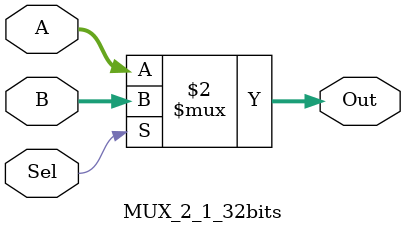
<source format=v>
`timescale 1ns / 1ps
module MUX_2_1_32bits(
	input [31:0] A,
	input [31:0] B,
	input Sel,
	output [31:0] Out
    );
	
	assign Out = (Sel == 0) ? A : B;
/*	always@(*)begin 
		$display("A = %h, B = %h, Sel = %d, Out = %h",A,B,Sel,Out);
	end
*/

endmodule

</source>
